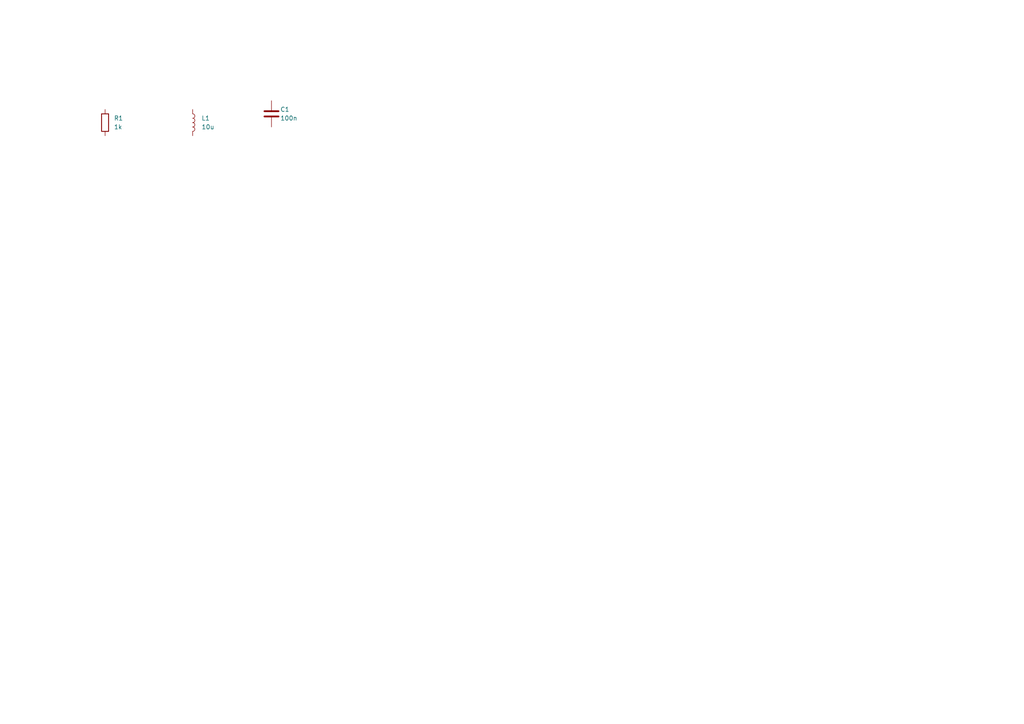
<source format=kicad_sch>
(kicad_sch (version 20250114) (generator "circuit_synth") (generator_version "0.8.36")
  (paper "A4")
  (title_block (title "hier_circuit"))
  (lib_symbols
    (symbol "Device:R" (pin_numbers (hide yes)) (pin_names (offset 0))
      (property "Reference" "R" (at 2.032 0 90))
      (property "Value" "R" (at 0 0 90))
      (symbol "R_0_1"
        (rectangle (start -1.016 -2.54) (end 1.016 2.54) (stroke (width 0.254)))
      )
      (symbol "R_1_1"
        (pin passive line (at 0 3.81 270) (length 1.27) (name "~") (number "1"))
        (pin passive line (at 0 -3.81 90) (length 1.27) (name "~") (number "2"))
      )
    )
    (symbol "Device:C" (pin_numbers (hide yes)) (pin_names (offset 0.254))
      (property "Reference" "C" (at 0.635 2.54 0))
      (property "Value" "C" (at 0.635 -2.54 0))
      (symbol "C_0_1"
        (polyline (pts (xy -2.032 0.762) (xy 2.032 0.762)) (stroke (width 0.508)))
        (polyline (pts (xy -2.032 -0.762) (xy 2.032 -0.762)) (stroke (width 0.508)))
      )
      (symbol "C_1_1"
        (pin passive line (at 0 3.81 270) (length 2.794) (name "~") (number "1"))
        (pin passive line (at 0 -3.81 90) (length 2.794) (name "~") (number "2"))
      )
    )
    (symbol "Device:L" (pin_numbers (hide yes)) (pin_names (offset 1.016) (hide yes))
      (property "Reference" "L" (at -1.27 0 90))
      (property "Value" "L" (at 1.905 0 90))
      (symbol "L_0_1"
        (arc (start 0 2.54) (mid 0.6323 1.905) (end 0 1.27))
        (arc (start 0 1.27) (mid 0.6323 0.635) (end 0 0))
        (arc (start 0 0) (mid 0.6323 -0.635) (end 0 -1.27))
        (arc (start 0 -1.27) (mid 0.6323 -1.905) (end 0 -2.54))
      )
      (symbol "L_1_1"
        (pin passive line (at 0 3.81 270) (length 1.27) (name "1") (number "1"))
        (pin passive line (at 0 -3.81 90) (length 1.27) (name "2") (number "2"))
      )
    )
  )
  (symbol (lib_id "Device:R") (at 30.48 35.56 0) (unit 1)
    (property "Reference" "R1" (at 33.02 34.2899 0) (effects (justify left)))
    (property "Value" "1k" (at 33.02 36.8299 0) (effects (justify left)))
    (property "Footprint" "Resistor_SMD:R_0603_1608Metric" (effects (hide yes)))
    (property "hierarchy_path" "/eb22d703-5506-4bba-8255-ed3ffa707450" (effects (hide yes)))
    (property "project_name" "hier_circuit" (effects (hide yes)))
    (property "root_uuid" "eb22d703-5506-4bba-8255-ed3ffa707450" (effects (hide yes)))
  )
  (symbol (lib_id "Device:C") (at 78.74 33.02 0) (unit 1)
    (property "Reference" "C1" (at 81.28 31.7499 0) (effects (justify left)))
    (property "Value" "100n" (at 81.28 34.2899 0) (effects (justify left)))
    (property "Footprint" "Capacitor_SMD:C_0603_1608Metric" (effects (hide yes)))
    (property "hierarchy_path" "/eb22d703-5506-4bba-8255-ed3ffa707450" (effects (hide yes)))
    (property "project_name" "hier_circuit" (effects (hide yes)))
    (property "root_uuid" "eb22d703-5506-4bba-8255-ed3ffa707450" (effects (hide yes)))
  )
  (symbol (lib_id "Device:L") (at 55.88 35.56 0) (unit 1)
    (property "Reference" "L1" (at 58.42 34.2899 0) (effects (justify left)))
    (property "Value" "10u" (at 58.42 36.8299 0) (effects (justify left)))
    (property "Footprint" "Inductor_SMD:L_0603_1608Metric" (effects (hide yes)))
    (property "hierarchy_path" "/eb22d703-5506-4bba-8255-ed3ffa707450" (effects (hide yes)))
    (property "project_name" "hier_circuit" (effects (hide yes)))
    (property "root_uuid" "eb22d703-5506-4bba-8255-ed3ffa707450" (effects (hide yes)))
  )
)
</source>
